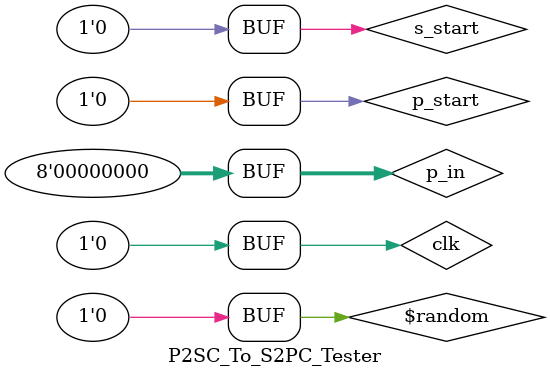
<source format=v>


`timescale 1ns/100ps

module P2SC_To_S2PC_Tester;
  
  // Initialize shared inputs and outputs:
  
  reg clk;
  
  // Initialize inputs and outputs for P2SC:
  
  reg [7:0] p_in;
  reg p_start;
  
  wire p_ready, sout;
  
  // Instantiate a P2SC module:
  
  P2SC p_UUT (p_in, clk, p_start, sout, p_ready);

  // Initialize inputs and outputs for S2PC:
  
  reg  s_start;
  
  wire [8:0] parout;
  wire s_ready;
  
  // Instantiate a S2PC module, using sout from P2SC as s_in:
  
  S2PC s_UUT (clk, s_start, sout, parout, s_ready);
  
  // Initialize all registers to initial values:
  
  initial begin
    
    clk   = 0;
    p_start = 0; s_start = 0;
    p_in = 0;
    
  end
  
  // Initialize the clock:
  
  initial repeat (50) #10 clk = ~clk;
  
  // Assign the parallel input to a random value every 7ns
  
  initial repeat (70) #7 p_in = $random;
  
  // Generate the testbench timeline:
  
  initial begin
    
    p_start <= #25 1;
    p_start <= #35 0;
    
    s_start <= #25 1;
    s_start <= #35 0;
    
  end
      
endmodule
</source>
